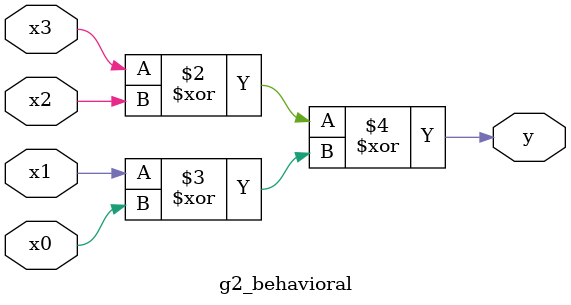
<source format=v>
`timescale 1ns / 1ps

module g2_behavioral(
    input x3,
    input x2,
    input x1,
    input x0,
    output y
    );
	 
	 reg y;
	 
	 always @(x3 or x2 or x1 or x0) begin
		
		y=(x3^x2) ^ ( x1 ^ x0);
	 end


endmodule

</source>
